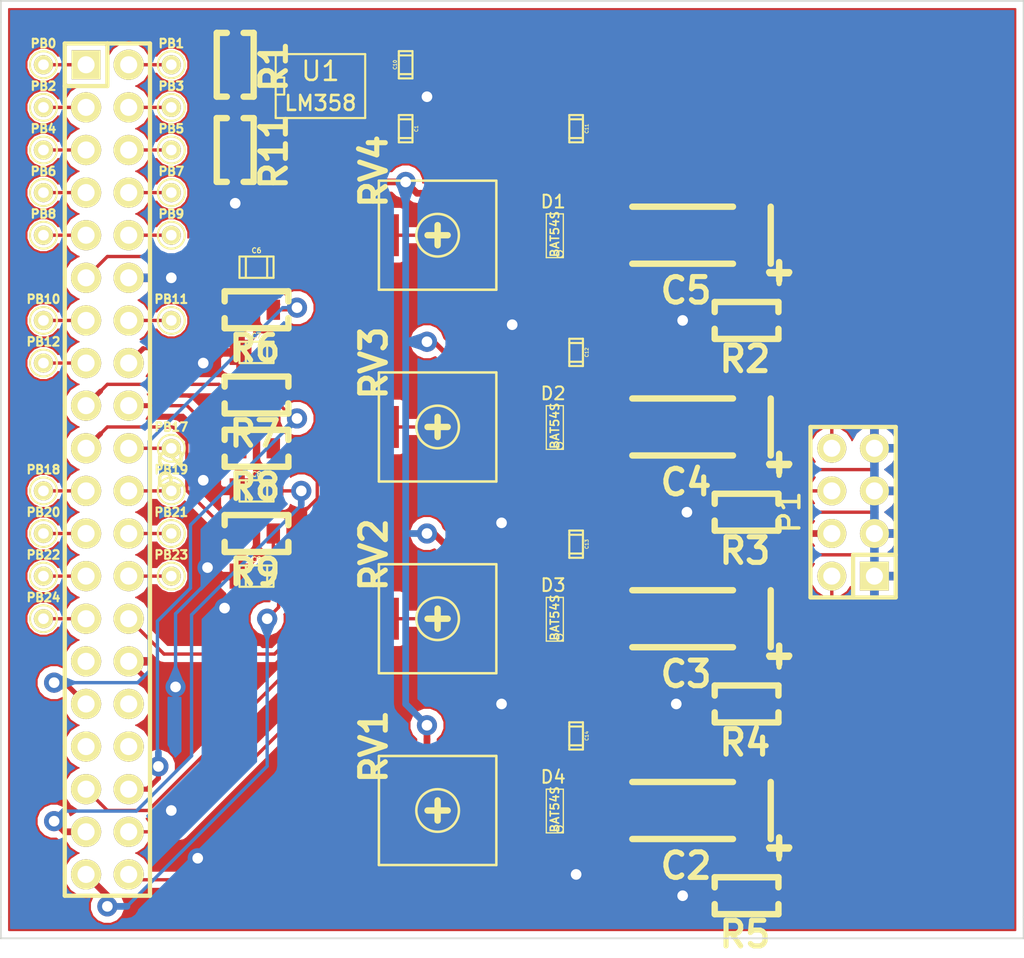
<source format=kicad_pcb>
(kicad_pcb (version 3) (host pcbnew "(2014-06-26 BZR 4956)-product")
  (layers (15 F.Cu signal) (0 B.Cu signal hide) (18 B.Paste user) (19 F.Paste user) (20 B.SilkS user) (21 F.SilkS user) (22 B.Mask user) (23 F.Mask user) (28 Edge.Cuts user))
  (net 0 "")
  (net 1 GND)
  (net 2 /LVDS3)
  (net 3 "Net-(C2-Pad1)")
  (net 4 /LVDS2)
  (net 5 "Net-(C3-Pad1)")
  (net 6 /LVDS1)
  (net 7 "Net-(C4-Pad1)")
  (net 8 /LVDS0)
  (net 9 "Net-(C5-Pad1)")
  (net 10 /~LVDS0)
  (net 11 /~LVDS1)
  (net 12 /~LVDS2)
  (net 13 /~LVDS3)
  (net 14 +5V)
  (net 15 +2.5V)
  (net 16 "Net-(P2-Pad1)")
  (net 17 "Net-(P2-Pad2)")
  (net 18 "Net-(P2-Pad3)")
  (net 19 "Net-(P2-Pad4)")
  (net 20 "Net-(P2-Pad5)")
  (net 21 "Net-(P2-Pad6)")
  (net 22 "Net-(P2-Pad7)")
  (net 23 "Net-(P2-Pad8)")
  (net 24 "Net-(P2-Pad9)")
  (net 25 "Net-(P2-Pad10)")
  (net 26 "Net-(P2-Pad13)")
  (net 27 "Net-(P2-Pad14)")
  (net 28 "Net-(P2-Pad15)")
  (net 29 /ADCINT0)
  (net 30 /ADCINT1)
  (net 31 /ADCINT2)
  (net 32 /ADCINT3)
  (net 33 "Net-(P2-Pad20)")
  (net 34 "Net-(P2-Pad21)")
  (net 35 "Net-(P2-Pad22)")
  (net 36 "Net-(P2-Pad23)")
  (net 37 "Net-(P2-Pad24)")
  (net 38 "Net-(P2-Pad25)")
  (net 39 "Net-(P2-Pad26)")
  (net 40 "Net-(P2-Pad27)")
  (net 41 +3.3V)
  (net 42 "Net-(P2-Pad32)")
  (net 43 "Net-(P2-Pad33)")
  (net 44 "Net-(P2-Pad34)")
  (net 45 "Net-(C1-Pad1)")
  (module Capacitors_SMD:c_0603 (layer F.Cu) (at 96.52 66.04 270)
    (fp_text reference C1 (at 0 -0.635 270) (layer F.SilkS) (effects (font (size 0.20066 0.20066) (thickness 0.04064))))
    (fp_text value 0.1 hide)
    (pad 1 smd rect (at 0.75184 0 270) (size 0.89916 1.00076) (layers F.Cu F.Paste F.Mask) (net 45 "Net-(C1-Pad1)"))
    (pad 2 smd rect (at -0.75184 0 270) (size 0.89916 1.00076) (layers F.Cu F.Paste F.Mask) (net 1 GND))
  )
  (module Capacitors_Tantalum_SMD:TantalC_SizeC_EIA-6032_HandSoldering (layer F.Cu) (at 113.03 106.68 180)
    (fp_text reference C2 (at -0.20066 -3.29946 180) (layer F.SilkS) (effects (font (thickness 0.3048))))
    (fp_text value 33.0 hide)
    (fp_text user + (at -5.75056 -2.19964 180) (layer F.SilkS) (effects (font (thickness 0.3048))))
    (pad 2 smd rect (at 2.99974 0 180) (size 3.50012 1.80086) (layers F.Cu F.Paste F.Mask) (net 2 /LVDS3))
    (pad 1 smd rect (at -2.99974 0 180) (size 3.50012 1.80086) (layers F.Cu F.Paste F.Mask) (net 3 "Net-(C2-Pad1)"))
  )
  (module Capacitors_Tantalum_SMD:TantalC_SizeC_EIA-6032_HandSoldering (layer F.Cu) (at 113.03 95.25 180)
    (fp_text reference C3 (at -0.20066 -3.29946 180) (layer F.SilkS) (effects (font (thickness 0.3048))))
    (fp_text value 33.0 hide)
    (fp_text user + (at -5.75056 -2.19964 180) (layer F.SilkS) (effects (font (thickness 0.3048))))
    (pad 2 smd rect (at 2.99974 0 180) (size 3.50012 1.80086) (layers F.Cu F.Paste F.Mask) (net 4 /LVDS2))
    (pad 1 smd rect (at -2.99974 0 180) (size 3.50012 1.80086) (layers F.Cu F.Paste F.Mask) (net 5 "Net-(C3-Pad1)"))
  )
  (module Capacitors_Tantalum_SMD:TantalC_SizeC_EIA-6032_HandSoldering (layer F.Cu) (at 113.03 83.82 180)
    (fp_text reference C4 (at -0.20066 -3.29946 180) (layer F.SilkS) (effects (font (thickness 0.3048))))
    (fp_text value 33.0 hide)
    (fp_text user + (at -5.75056 -2.19964 180) (layer F.SilkS) (effects (font (thickness 0.3048))))
    (pad 2 smd rect (at 2.99974 0 180) (size 3.50012 1.80086) (layers F.Cu F.Paste F.Mask) (net 6 /LVDS1))
    (pad 1 smd rect (at -2.99974 0 180) (size 3.50012 1.80086) (layers F.Cu F.Paste F.Mask) (net 7 "Net-(C4-Pad1)"))
  )
  (module Capacitors_Tantalum_SMD:TantalC_SizeC_EIA-6032_HandSoldering (layer F.Cu) (at 113.03 72.39 180)
    (fp_text reference C5 (at -0.20066 -3.29946 180) (layer F.SilkS) (effects (font (thickness 0.3048))))
    (fp_text value 33.0 hide)
    (fp_text user + (at -5.75056 -2.19964 180) (layer F.SilkS) (effects (font (thickness 0.3048))))
    (pad 2 smd rect (at 2.99974 0 180) (size 3.50012 1.80086) (layers F.Cu F.Paste F.Mask) (net 8 /LVDS0))
    (pad 1 smd rect (at -2.99974 0 180) (size 3.50012 1.80086) (layers F.Cu F.Paste F.Mask) (net 9 "Net-(C5-Pad1)"))
  )
  (module Capacitors_SMD:c_0805 (layer F.Cu) (at 87.63 74.295)
    (fp_text reference C6 (at 0 -0.9906) (layer F.SilkS) (effects (font (size 0.29972 0.29972) (thickness 0.06096))))
    (fp_text value 220 hide)
    (pad 1 smd rect (at 0.9525 0) (size 1.30048 1.4986) (layers F.Cu F.Paste F.Mask) (net 10 /~LVDS0))
    (pad 2 smd rect (at -0.9525 0) (size 1.30048 1.4986) (layers F.Cu F.Paste F.Mask) (net 1 GND))
  )
  (module Capacitors_SMD:c_0805 (layer F.Cu) (at 87.63 79.375)
    (fp_text reference C7 (at 0 -0.9906) (layer F.SilkS) (effects (font (size 0.29972 0.29972) (thickness 0.06096))))
    (fp_text value 220 hide)
    (pad 1 smd rect (at 0.9525 0) (size 1.30048 1.4986) (layers F.Cu F.Paste F.Mask) (net 11 /~LVDS1))
    (pad 2 smd rect (at -0.9525 0) (size 1.30048 1.4986) (layers F.Cu F.Paste F.Mask) (net 1 GND))
  )
  (module Capacitors_SMD:c_0805 (layer F.Cu) (at 87.63 87.63)
    (fp_text reference C8 (at 0 -0.9906) (layer F.SilkS) (effects (font (size 0.29972 0.29972) (thickness 0.06096))))
    (fp_text value 220 hide)
    (pad 1 smd rect (at 0.9525 0) (size 1.30048 1.4986) (layers F.Cu F.Paste F.Mask) (net 12 /~LVDS2))
    (pad 2 smd rect (at -0.9525 0) (size 1.30048 1.4986) (layers F.Cu F.Paste F.Mask) (net 1 GND))
  )
  (module Capacitors_SMD:c_0805 (layer F.Cu) (at 87.63 92.71)
    (fp_text reference C9 (at 0 -0.9906) (layer F.SilkS) (effects (font (size 0.29972 0.29972) (thickness 0.06096))))
    (fp_text value 220 hide)
    (pad 1 smd rect (at 0.9525 0) (size 1.30048 1.4986) (layers F.Cu F.Paste F.Mask) (net 13 /~LVDS3))
    (pad 2 smd rect (at -0.9525 0) (size 1.30048 1.4986) (layers F.Cu F.Paste F.Mask) (net 1 GND))
  )
  (module Capacitors_SMD:c_0603 (layer F.Cu) (at 96.52 62.23 90)
    (fp_text reference C10 (at 0 -0.635 90) (layer F.SilkS) (effects (font (size 0.20066 0.20066) (thickness 0.04064))))
    (fp_text value 0.1 hide)
    (pad 1 smd rect (at 0.75184 0 90) (size 0.89916 1.00076) (layers F.Cu F.Paste F.Mask) (net 14 +5V))
    (pad 2 smd rect (at -0.75184 0 90) (size 0.89916 1.00076) (layers F.Cu F.Paste F.Mask) (net 1 GND))
  )
  (module Capacitors_SMD:c_0603 (layer F.Cu) (at 106.68 66.04 270)
    (fp_text reference C11 (at 0 -0.635 270) (layer F.SilkS) (effects (font (size 0.20066 0.20066) (thickness 0.04064))))
    (fp_text value 0.1 hide)
    (pad 1 smd rect (at 0.75184 0 270) (size 0.89916 1.00076) (layers F.Cu F.Paste F.Mask) (net 15 +2.5V))
    (pad 2 smd rect (at -0.75184 0 270) (size 0.89916 1.00076) (layers F.Cu F.Paste F.Mask) (net 1 GND))
  )
  (module Capacitors_SMD:c_0603 (layer F.Cu) (at 106.68 79.375 270)
    (fp_text reference C12 (at 0 -0.635 270) (layer F.SilkS) (effects (font (size 0.20066 0.20066) (thickness 0.04064))))
    (fp_text value 0.1 hide)
    (pad 1 smd rect (at 0.75184 0 270) (size 0.89916 1.00076) (layers F.Cu F.Paste F.Mask) (net 15 +2.5V))
    (pad 2 smd rect (at -0.75184 0 270) (size 0.89916 1.00076) (layers F.Cu F.Paste F.Mask) (net 1 GND))
  )
  (module Capacitors_SMD:c_0603 (layer F.Cu) (at 106.68 90.805 270)
    (fp_text reference C13 (at 0 -0.635 270) (layer F.SilkS) (effects (font (size 0.20066 0.20066) (thickness 0.04064))))
    (fp_text value 0.1 hide)
    (pad 1 smd rect (at 0.75184 0 270) (size 0.89916 1.00076) (layers F.Cu F.Paste F.Mask) (net 15 +2.5V))
    (pad 2 smd rect (at -0.75184 0 270) (size 0.89916 1.00076) (layers F.Cu F.Paste F.Mask) (net 1 GND))
  )
  (module Capacitors_SMD:c_0603 (layer F.Cu) (at 106.68 102.235 270)
    (fp_text reference C14 (at 0 -0.635 270) (layer F.SilkS) (effects (font (size 0.20066 0.20066) (thickness 0.04064))))
    (fp_text value 0.1 hide)
    (pad 1 smd rect (at 0.75184 0 270) (size 0.89916 1.00076) (layers F.Cu F.Paste F.Mask) (net 15 +2.5V))
    (pad 2 smd rect (at -0.75184 0 270) (size 0.89916 1.00076) (layers F.Cu F.Paste F.Mask) (net 1 GND))
  )
  (module Pin_Headers:Pin_Header_Straight_2x04 (layer F.Cu) (at 123.19 88.9 90)
    (fp_text reference P1 (at 0 -3.81 90) (layer F.SilkS) (effects (font (size 1.27 1.27) (thickness 0.2032))))
    (fp_text value CONN_4X2 hide)
    (pad 1 thru_hole rect (at -3.81 1.27 90) (size 1.7272 1.7272) (drill 1.016) (layers *.Cu *.Mask F.SilkS) (net 1 GND))
    (pad 2 thru_hole oval (at -3.81 -1.27 90) (size 1.7272 1.7272) (drill 1.016) (layers *.Cu *.Mask F.SilkS) (net 3 "Net-(C2-Pad1)"))
    (pad 3 thru_hole oval (at -1.27 1.27 90) (size 1.7272 1.7272) (drill 1.016) (layers *.Cu *.Mask F.SilkS) (net 1 GND))
    (pad 4 thru_hole oval (at -1.27 -1.27 90) (size 1.7272 1.7272) (drill 1.016) (layers *.Cu *.Mask F.SilkS) (net 5 "Net-(C3-Pad1)"))
    (pad 5 thru_hole oval (at 1.27 1.27 90) (size 1.7272 1.7272) (drill 1.016) (layers *.Cu *.Mask F.SilkS) (net 1 GND))
    (pad 6 thru_hole oval (at 1.27 -1.27 90) (size 1.7272 1.7272) (drill 1.016) (layers *.Cu *.Mask F.SilkS) (net 7 "Net-(C4-Pad1)"))
    (pad 7 thru_hole oval (at 3.81 1.27 90) (size 1.7272 1.7272) (drill 1.016) (layers *.Cu *.Mask F.SilkS) (net 1 GND))
    (pad 8 thru_hole oval (at 3.81 -1.27 90) (size 1.7272 1.7272) (drill 1.016) (layers *.Cu *.Mask F.SilkS) (net 9 "Net-(C5-Pad1)"))
  )
  (module Pin_Headers:Pin_Header_Straight_2x20 (layer F.Cu) (at 78.74 86.36 270)
    (fp_text reference P2 (at 0 -3.81 270) (layer F.SilkS) (effects (font (size 1.27 1.27) (thickness 0.2032))))
    (fp_text value CONN_20X2 hide)
    (pad 1 thru_hole rect (at -24.13 1.27 270) (size 1.7272 1.7272) (drill 1.016) (layers *.Cu *.Mask F.SilkS) (net 16 "Net-(P2-Pad1)"))
    (pad 2 thru_hole oval (at -24.13 -1.27 270) (size 1.8 1.8) (drill 1.016) (layers *.Cu *.Mask F.SilkS) (net 17 "Net-(P2-Pad2)"))
    (pad 3 thru_hole oval (at -21.59 1.27 270) (size 1.8 1.8) (drill 1.016) (layers *.Cu *.Mask F.SilkS) (net 18 "Net-(P2-Pad3)"))
    (pad 4 thru_hole oval (at -21.59 -1.27 270) (size 1.8 1.8) (drill 1.016) (layers *.Cu *.Mask F.SilkS) (net 19 "Net-(P2-Pad4)"))
    (pad 5 thru_hole oval (at -19.05 1.27 270) (size 1.8 1.8) (drill 1.016) (layers *.Cu *.Mask F.SilkS) (net 20 "Net-(P2-Pad5)"))
    (pad 6 thru_hole oval (at -19.05 -1.27 270) (size 1.8 1.8) (drill 1.016) (layers *.Cu *.Mask F.SilkS) (net 21 "Net-(P2-Pad6)"))
    (pad 7 thru_hole oval (at -16.51 1.27 270) (size 1.8 1.8) (drill 1.016) (layers *.Cu *.Mask F.SilkS) (net 22 "Net-(P2-Pad7)"))
    (pad 8 thru_hole oval (at -16.51 -1.27 270) (size 1.8 1.8) (drill 1.016) (layers *.Cu *.Mask F.SilkS) (net 23 "Net-(P2-Pad8)"))
    (pad 9 thru_hole oval (at -13.97 1.27 270) (size 1.8 1.8) (drill 1.016) (layers *.Cu *.Mask F.SilkS) (net 24 "Net-(P2-Pad9)"))
    (pad 10 thru_hole oval (at -13.97 -1.27 270) (size 1.8 1.8) (drill 1.016) (layers *.Cu *.Mask F.SilkS) (net 25 "Net-(P2-Pad10)"))
    (pad 11 thru_hole oval (at -11.43 1.27 270) (size 1.8 1.8) (drill 1.016) (layers *.Cu *.Mask F.SilkS) (net 14 +5V))
    (pad 12 thru_hole oval (at -11.43 -1.27 270) (size 1.8 1.8) (drill 1.016) (layers *.Cu *.Mask F.SilkS) (net 1 GND))
    (pad 13 thru_hole oval (at -8.89 1.27 270) (size 1.8 1.8) (drill 1.016) (layers *.Cu *.Mask F.SilkS) (net 26 "Net-(P2-Pad13)"))
    (pad 14 thru_hole oval (at -8.89 -1.27 270) (size 1.8 1.8) (drill 1.016) (layers *.Cu *.Mask F.SilkS) (net 27 "Net-(P2-Pad14)"))
    (pad 15 thru_hole oval (at -6.35 1.27 270) (size 1.8 1.8) (drill 1.016) (layers *.Cu *.Mask F.SilkS) (net 28 "Net-(P2-Pad15)"))
    (pad 16 thru_hole oval (at -6.35 -1.27 270) (size 1.8 1.8) (drill 1.016) (layers *.Cu *.Mask F.SilkS) (net 29 /ADCINT0))
    (pad 17 thru_hole oval (at -3.81 1.27 270) (size 1.8 1.8) (drill 1.016) (layers *.Cu *.Mask F.SilkS) (net 30 /ADCINT1))
    (pad 18 thru_hole oval (at -3.81 -1.27 270) (size 1.8 1.8) (drill 1.016) (layers *.Cu *.Mask F.SilkS) (net 31 /ADCINT2))
    (pad 19 thru_hole oval (at -1.27 1.27 270) (size 1.8 1.8) (drill 1.016) (layers *.Cu *.Mask F.SilkS) (net 32 /ADCINT3))
    (pad 20 thru_hole oval (at -1.27 -1.27 270) (size 1.8 1.8) (drill 1.016) (layers *.Cu *.Mask F.SilkS) (net 33 "Net-(P2-Pad20)"))
    (pad 21 thru_hole oval (at 1.27 1.27 270) (size 1.8 1.8) (drill 1.016) (layers *.Cu *.Mask F.SilkS) (net 34 "Net-(P2-Pad21)"))
    (pad 22 thru_hole oval (at 1.27 -1.27 270) (size 1.8 1.8) (drill 1.016) (layers *.Cu *.Mask F.SilkS) (net 35 "Net-(P2-Pad22)"))
    (pad 23 thru_hole oval (at 3.81 1.27 270) (size 1.8 1.8) (drill 1.016) (layers *.Cu *.Mask F.SilkS) (net 36 "Net-(P2-Pad23)"))
    (pad 24 thru_hole oval (at 3.81 -1.27 270) (size 1.8 1.8) (drill 1.016) (layers *.Cu *.Mask F.SilkS) (net 37 "Net-(P2-Pad24)"))
    (pad 25 thru_hole oval (at 6.35 1.27 270) (size 1.8 1.8) (drill 1.016) (layers *.Cu *.Mask F.SilkS) (net 38 "Net-(P2-Pad25)"))
    (pad 26 thru_hole oval (at 6.35 -1.27 270) (size 1.8 1.8) (drill 1.016) (layers *.Cu *.Mask F.SilkS) (net 39 "Net-(P2-Pad26)"))
    (pad 27 thru_hole oval (at 8.89 1.27 270) (size 1.8 1.8) (drill 1.016) (layers *.Cu *.Mask F.SilkS) (net 40 "Net-(P2-Pad27)"))
    (pad 28 thru_hole oval (at 8.89 -1.27 270) (size 1.8 1.8) (drill 1.016) (layers *.Cu *.Mask F.SilkS) (net 8 /LVDS0))
    (pad 29 thru_hole oval (at 11.43 1.27 270) (size 1.8 1.8) (drill 1.016) (layers *.Cu *.Mask F.SilkS) (net 41 +3.3V))
    (pad 30 thru_hole oval (at 11.43 -1.27 270) (size 1.8 1.8) (drill 1.016) (layers *.Cu *.Mask F.SilkS) (net 1 GND))
    (pad 31 thru_hole oval (at 13.97 1.27 270) (size 1.8 1.8) (drill 1.016) (layers *.Cu *.Mask F.SilkS) (net 10 /~LVDS0))
    (pad 32 thru_hole oval (at 13.97 -1.27 270) (size 1.8 1.8) (drill 1.016) (layers *.Cu *.Mask F.SilkS) (net 42 "Net-(P2-Pad32)"))
    (pad 33 thru_hole oval (at 16.51 1.27 270) (size 1.8 1.8) (drill 1.016) (layers *.Cu *.Mask F.SilkS) (net 43 "Net-(P2-Pad33)"))
    (pad 34 thru_hole oval (at 16.51 -1.27 270) (size 1.8 1.8) (drill 1.016) (layers *.Cu *.Mask F.SilkS) (net 44 "Net-(P2-Pad34)"))
    (pad 35 thru_hole oval (at 19.05 1.27 270) (size 1.8 1.8) (drill 1.016) (layers *.Cu *.Mask F.SilkS) (net 6 /LVDS1))
    (pad 36 thru_hole oval (at 19.05 -1.27 270) (size 1.8 1.8) (drill 1.016) (layers *.Cu *.Mask F.SilkS) (net 11 /~LVDS1))
    (pad 37 thru_hole oval (at 21.59 1.27 270) (size 1.8 1.8) (drill 1.016) (layers *.Cu *.Mask F.SilkS) (net 12 /~LVDS2))
    (pad 38 thru_hole oval (at 21.59 -1.27 270) (size 1.8 1.8) (drill 1.016) (layers *.Cu *.Mask F.SilkS) (net 4 /LVDS2))
    (pad 39 thru_hole oval (at 24.13 1.27 270) (size 1.8 1.8) (drill 1.016) (layers *.Cu *.Mask F.SilkS) (net 13 /~LVDS3))
    (pad 40 thru_hole oval (at 24.13 -1.27 270) (size 1.8 1.8) (drill 1.016) (layers *.Cu *.Mask F.SilkS) (net 2 /LVDS3))
  )
  (module Connect:PINTST (layer F.Cu) (at 74.93 62.23)
    (fp_text reference PB0 (at 0 -1.26746) (layer F.SilkS) (effects (font (size 0.508 0.508) (thickness 0.127))))
    (fp_text value CONN_1 hide)
    (pad 1 thru_hole circle (at 0 0) (size 1.143 1.143) (drill 0.635) (layers *.Cu *.Mask F.SilkS) (net 16 "Net-(P2-Pad1)"))
  )
  (module Connect:PINTST (layer F.Cu) (at 82.55 62.23)
    (fp_text reference PB1 (at 0 -1.26746) (layer F.SilkS) (effects (font (size 0.508 0.508) (thickness 0.127))))
    (fp_text value CONN_1 hide)
    (pad 1 thru_hole circle (at 0 0) (size 1.143 1.143) (drill 0.635) (layers *.Cu *.Mask F.SilkS) (net 17 "Net-(P2-Pad2)"))
  )
  (module Connect:PINTST (layer F.Cu) (at 74.93 64.77)
    (fp_text reference PB2 (at 0 -1.26746) (layer F.SilkS) (effects (font (size 0.508 0.508) (thickness 0.127))))
    (fp_text value CONN_1 hide)
    (pad 1 thru_hole circle (at 0 0) (size 1.143 1.143) (drill 0.635) (layers *.Cu *.Mask F.SilkS) (net 18 "Net-(P2-Pad3)"))
  )
  (module Connect:PINTST (layer F.Cu) (at 82.55 64.77)
    (fp_text reference PB3 (at 0 -1.26746) (layer F.SilkS) (effects (font (size 0.508 0.508) (thickness 0.127))))
    (fp_text value CONN_1 hide)
    (pad 1 thru_hole circle (at 0 0) (size 1.143 1.143) (drill 0.635) (layers *.Cu *.Mask F.SilkS) (net 19 "Net-(P2-Pad4)"))
  )
  (module Connect:PINTST (layer F.Cu) (at 74.93 67.31)
    (fp_text reference PB4 (at 0 -1.26746) (layer F.SilkS) (effects (font (size 0.508 0.508) (thickness 0.127))))
    (fp_text value CONN_1 hide)
    (pad 1 thru_hole circle (at 0 0) (size 1.143 1.143) (drill 0.635) (layers *.Cu *.Mask F.SilkS) (net 20 "Net-(P2-Pad5)"))
  )
  (module Connect:PINTST (layer F.Cu) (at 82.55 67.31)
    (fp_text reference PB5 (at 0 -1.26746) (layer F.SilkS) (effects (font (size 0.508 0.508) (thickness 0.127))))
    (fp_text value CONN_1 hide)
    (pad 1 thru_hole circle (at 0 0) (size 1.143 1.143) (drill 0.635) (layers *.Cu *.Mask F.SilkS) (net 21 "Net-(P2-Pad6)"))
  )
  (module Connect:PINTST (layer F.Cu) (at 74.93 69.85)
    (fp_text reference PB6 (at 0 -1.26746) (layer F.SilkS) (effects (font (size 0.508 0.508) (thickness 0.127))))
    (fp_text value CONN_1 hide)
    (pad 1 thru_hole circle (at 0 0) (size 1.143 1.143) (drill 0.635) (layers *.Cu *.Mask F.SilkS) (net 22 "Net-(P2-Pad7)"))
  )
  (module Connect:PINTST (layer F.Cu) (at 82.55 69.85)
    (fp_text reference PB7 (at 0 -1.26746) (layer F.SilkS) (effects (font (size 0.508 0.508) (thickness 0.127))))
    (fp_text value CONN_1 hide)
    (pad 1 thru_hole circle (at 0 0) (size 1.143 1.143) (drill 0.635) (layers *.Cu *.Mask F.SilkS) (net 23 "Net-(P2-Pad8)"))
  )
  (module Connect:PINTST (layer F.Cu) (at 74.93 72.39)
    (fp_text reference PB8 (at 0 -1.26746) (layer F.SilkS) (effects (font (size 0.508 0.508) (thickness 0.127))))
    (fp_text value CONN_1 hide)
    (pad 1 thru_hole circle (at 0 0) (size 1.143 1.143) (drill 0.635) (layers *.Cu *.Mask F.SilkS) (net 24 "Net-(P2-Pad9)"))
  )
  (module Connect:PINTST (layer F.Cu) (at 82.55 72.39)
    (fp_text reference PB9 (at 0 -1.26746) (layer F.SilkS) (effects (font (size 0.508 0.508) (thickness 0.127))))
    (fp_text value CONN_1 hide)
    (pad 1 thru_hole circle (at 0 0) (size 1.143 1.143) (drill 0.635) (layers *.Cu *.Mask F.SilkS) (net 25 "Net-(P2-Pad10)"))
  )
  (module Connect:PINTST (layer F.Cu) (at 74.93 77.47)
    (fp_text reference PB10 (at 0 -1.26746) (layer F.SilkS) (effects (font (size 0.508 0.508) (thickness 0.127))))
    (fp_text value CONN_1 hide)
    (pad 1 thru_hole circle (at 0 0) (size 1.143 1.143) (drill 0.635) (layers *.Cu *.Mask F.SilkS) (net 26 "Net-(P2-Pad13)"))
  )
  (module Connect:PINTST (layer F.Cu) (at 82.55 77.47)
    (fp_text reference PB11 (at 0 -1.26746) (layer F.SilkS) (effects (font (size 0.508 0.508) (thickness 0.127))))
    (fp_text value CONN_1 hide)
    (pad 1 thru_hole circle (at 0 0) (size 1.143 1.143) (drill 0.635) (layers *.Cu *.Mask F.SilkS) (net 27 "Net-(P2-Pad14)"))
  )
  (module Connect:PINTST (layer F.Cu) (at 74.93 80.01)
    (fp_text reference PB12 (at 0 -1.26746) (layer F.SilkS) (effects (font (size 0.508 0.508) (thickness 0.127))))
    (fp_text value CONN_1 hide)
    (pad 1 thru_hole circle (at 0 0) (size 1.143 1.143) (drill 0.635) (layers *.Cu *.Mask F.SilkS) (net 28 "Net-(P2-Pad15)"))
  )
  (module Connect:PINTST (layer F.Cu) (at 82.55 85.09)
    (fp_text reference PB17 (at 0 -1.26746) (layer F.SilkS) (effects (font (size 0.508 0.508) (thickness 0.127))))
    (fp_text value CONN_1 hide)
    (pad 1 thru_hole circle (at 0 0) (size 1.143 1.143) (drill 0.635) (layers *.Cu *.Mask F.SilkS) (net 33 "Net-(P2-Pad20)"))
  )
  (module Connect:PINTST (layer F.Cu) (at 74.93 87.63)
    (fp_text reference PB18 (at 0 -1.26746) (layer F.SilkS) (effects (font (size 0.508 0.508) (thickness 0.127))))
    (fp_text value CONN_1 hide)
    (pad 1 thru_hole circle (at 0 0) (size 1.143 1.143) (drill 0.635) (layers *.Cu *.Mask F.SilkS) (net 34 "Net-(P2-Pad21)"))
  )
  (module Connect:PINTST (layer F.Cu) (at 82.55 87.63)
    (fp_text reference PB19 (at 0 -1.26746) (layer F.SilkS) (effects (font (size 0.508 0.508) (thickness 0.127))))
    (fp_text value CONN_1 hide)
    (pad 1 thru_hole circle (at 0 0) (size 1.143 1.143) (drill 0.635) (layers *.Cu *.Mask F.SilkS) (net 35 "Net-(P2-Pad22)"))
  )
  (module Connect:PINTST (layer F.Cu) (at 74.93 90.17)
    (fp_text reference PB20 (at 0 -1.26746) (layer F.SilkS) (effects (font (size 0.508 0.508) (thickness 0.127))))
    (fp_text value CONN_1 hide)
    (pad 1 thru_hole circle (at 0 0) (size 1.143 1.143) (drill 0.635) (layers *.Cu *.Mask F.SilkS) (net 36 "Net-(P2-Pad23)"))
  )
  (module Connect:PINTST (layer F.Cu) (at 82.55 90.17)
    (fp_text reference PB21 (at 0 -1.26746) (layer F.SilkS) (effects (font (size 0.508 0.508) (thickness 0.127))))
    (fp_text value CONN_1 hide)
    (pad 1 thru_hole circle (at 0 0) (size 1.143 1.143) (drill 0.635) (layers *.Cu *.Mask F.SilkS) (net 37 "Net-(P2-Pad24)"))
  )
  (module Connect:PINTST (layer F.Cu) (at 74.93 92.71)
    (fp_text reference PB22 (at 0 -1.26746) (layer F.SilkS) (effects (font (size 0.508 0.508) (thickness 0.127))))
    (fp_text value CONN_1 hide)
    (pad 1 thru_hole circle (at 0 0) (size 1.143 1.143) (drill 0.635) (layers *.Cu *.Mask F.SilkS) (net 38 "Net-(P2-Pad25)"))
  )
  (module Connect:PINTST (layer F.Cu) (at 82.55 92.71)
    (fp_text reference PB23 (at 0 -1.26746) (layer F.SilkS) (effects (font (size 0.508 0.508) (thickness 0.127))))
    (fp_text value CONN_1 hide)
    (pad 1 thru_hole circle (at 0 0) (size 1.143 1.143) (drill 0.635) (layers *.Cu *.Mask F.SilkS) (net 39 "Net-(P2-Pad26)"))
  )
  (module Connect:PINTST (layer F.Cu) (at 74.93 95.25)
    (fp_text reference PB24 (at 0 -1.26746) (layer F.SilkS) (effects (font (size 0.508 0.508) (thickness 0.127))))
    (fp_text value CONN_1 hide)
    (pad 1 thru_hole circle (at 0 0) (size 1.143 1.143) (drill 0.635) (layers *.Cu *.Mask F.SilkS) (net 40 "Net-(P2-Pad27)"))
  )
  (module Resistors_SMD:Resistor_SMD0805_ReflowWave (layer F.Cu) (at 86.36 62.23 270)
    (fp_text reference R1 (at 0.09906 -2.30124 270) (layer F.SilkS) (effects (font (thickness 0.3048))))
    (fp_text value 10K hide)
    (pad 1 smd rect (at -1.00076 0 270) (size 0.8001 1.19888) (layers F.Cu F.Paste F.Mask) (net 14 +5V))
    (pad 2 smd rect (at 1.00076 0 270) (size 0.8001 1.19888) (layers F.Cu F.Paste F.Mask) (net 45 "Net-(C1-Pad1)"))
  )
  (module Resistors_SMD:Resistor_SMD0805_ReflowWave (layer F.Cu) (at 116.84 77.47 180)
    (fp_text reference R2 (at 0.09906 -2.30124 180) (layer F.SilkS) (effects (font (thickness 0.3048))))
    (fp_text value 75 hide)
    (pad 1 smd rect (at -1.00076 0 180) (size 0.8001 1.19888) (layers F.Cu F.Paste F.Mask) (net 9 "Net-(C5-Pad1)"))
    (pad 2 smd rect (at 1.00076 0 180) (size 0.8001 1.19888) (layers F.Cu F.Paste F.Mask) (net 1 GND))
  )
  (module Resistors_SMD:Resistor_SMD0805_ReflowWave (layer F.Cu) (at 116.84 88.9 180)
    (fp_text reference R3 (at 0.09906 -2.30124 180) (layer F.SilkS) (effects (font (thickness 0.3048))))
    (fp_text value 75 hide)
    (pad 1 smd rect (at -1.00076 0 180) (size 0.8001 1.19888) (layers F.Cu F.Paste F.Mask) (net 7 "Net-(C4-Pad1)"))
    (pad 2 smd rect (at 1.00076 0 180) (size 0.8001 1.19888) (layers F.Cu F.Paste F.Mask) (net 1 GND))
  )
  (module Resistors_SMD:Resistor_SMD0805_ReflowWave (layer F.Cu) (at 116.84 100.33 180)
    (fp_text reference R4 (at 0.09906 -2.30124 180) (layer F.SilkS) (effects (font (thickness 0.3048))))
    (fp_text value 75 hide)
    (pad 1 smd rect (at -1.00076 0 180) (size 0.8001 1.19888) (layers F.Cu F.Paste F.Mask) (net 5 "Net-(C3-Pad1)"))
    (pad 2 smd rect (at 1.00076 0 180) (size 0.8001 1.19888) (layers F.Cu F.Paste F.Mask) (net 1 GND))
  )
  (module Resistors_SMD:Resistor_SMD0805_ReflowWave (layer F.Cu) (at 116.84 111.76 180)
    (fp_text reference R5 (at 0.09906 -2.30124 180) (layer F.SilkS) (effects (font (thickness 0.3048))))
    (fp_text value 75 hide)
    (pad 1 smd rect (at -1.00076 0 180) (size 0.8001 1.19888) (layers F.Cu F.Paste F.Mask) (net 3 "Net-(C2-Pad1)"))
    (pad 2 smd rect (at 1.00076 0 180) (size 0.8001 1.19888) (layers F.Cu F.Paste F.Mask) (net 1 GND))
  )
  (module Resistors_SMD:Resistor_SMD0805_ReflowWave (layer F.Cu) (at 87.63 76.835 180)
    (fp_text reference R6 (at 0.09906 -2.30124 180) (layer F.SilkS) (effects (font (thickness 0.3048))))
    (fp_text value 120 hide)
    (pad 1 smd rect (at -1.00076 0 180) (size 0.8001 1.19888) (layers F.Cu F.Paste F.Mask) (net 10 /~LVDS0))
    (pad 2 smd rect (at 1.00076 0 180) (size 0.8001 1.19888) (layers F.Cu F.Paste F.Mask) (net 29 /ADCINT0))
  )
  (module Resistors_SMD:Resistor_SMD0805_ReflowWave (layer F.Cu) (at 87.63 81.915 180)
    (fp_text reference R7 (at 0.09906 -2.30124 180) (layer F.SilkS) (effects (font (thickness 0.3048))))
    (fp_text value 120 hide)
    (pad 1 smd rect (at -1.00076 0 180) (size 0.8001 1.19888) (layers F.Cu F.Paste F.Mask) (net 11 /~LVDS1))
    (pad 2 smd rect (at 1.00076 0 180) (size 0.8001 1.19888) (layers F.Cu F.Paste F.Mask) (net 30 /ADCINT1))
  )
  (module Resistors_SMD:Resistor_SMD0805_ReflowWave (layer F.Cu) (at 87.63 85.09 180)
    (fp_text reference R8 (at 0.09906 -2.30124 180) (layer F.SilkS) (effects (font (thickness 0.3048))))
    (fp_text value 120 hide)
    (pad 1 smd rect (at -1.00076 0 180) (size 0.8001 1.19888) (layers F.Cu F.Paste F.Mask) (net 12 /~LVDS2))
    (pad 2 smd rect (at 1.00076 0 180) (size 0.8001 1.19888) (layers F.Cu F.Paste F.Mask) (net 31 /ADCINT2))
  )
  (module Resistors_SMD:Resistor_SMD0805_ReflowWave (layer F.Cu) (at 87.63 90.17 180)
    (fp_text reference R9 (at 0.09906 -2.30124 180) (layer F.SilkS) (effects (font (thickness 0.3048))))
    (fp_text value 120 hide)
    (pad 1 smd rect (at -1.00076 0 180) (size 0.8001 1.19888) (layers F.Cu F.Paste F.Mask) (net 13 /~LVDS3))
    (pad 2 smd rect (at 1.00076 0 180) (size 0.8001 1.19888) (layers F.Cu F.Paste F.Mask) (net 32 /ADCINT3))
  )
  (module SMD_Packages:SO8E (layer F.Cu) (at 91.44 63.5)
    (fp_text reference U1 (at 0 -0.889) (layer F.SilkS) (effects (font (size 1.143 1.143) (thickness 0.1524))))
    (fp_text value LM358 (at 0 1.016) (layer F.SilkS) (effects (font (size 0.889 0.889) (thickness 0.1524))))
    (pad 8 smd rect (at -1.905 -2.667) (size 0.59944 1.39954) (layers F.Cu F.Paste F.Mask) (net 14 +5V))
    (pad 1 smd rect (at -1.905 2.667) (size 0.59944 1.39954) (layers F.Cu F.Paste F.Mask) (net 15 +2.5V))
    (pad 7 smd rect (at -0.635 -2.667) (size 0.59944 1.39954) (layers F.Cu F.Paste F.Mask))
    (pad 6 smd rect (at 0.635 -2.667) (size 0.59944 1.39954) (layers F.Cu F.Paste F.Mask))
    (pad 5 smd rect (at 1.905 -2.667) (size 0.59944 1.39954) (layers F.Cu F.Paste F.Mask))
    (pad 2 smd rect (at -0.635 2.667) (size 0.59944 1.39954) (layers F.Cu F.Paste F.Mask) (net 15 +2.5V))
    (pad 3 smd rect (at 0.635 2.667) (size 0.59944 1.39954) (layers F.Cu F.Paste F.Mask) (net 45 "Net-(C1-Pad1)"))
    (pad 4 smd rect (at 1.905 2.667) (size 0.59944 1.39954) (layers F.Cu F.Paste F.Mask) (net 1 GND))
  )
  (module Resistors_SMD:Resistor_SMD0805_ReflowWave (layer F.Cu) (at 86.36 67.31 270)
    (fp_text reference R11 (at 0.09906 -2.30124 270) (layer F.SilkS) (effects (font (thickness 0.3048))))
    (fp_text value 10K hide)
    (pad 1 smd rect (at -1.00076 0 270) (size 0.8001 1.19888) (layers F.Cu F.Paste F.Mask) (net 45 "Net-(C1-Pad1)"))
    (pad 2 smd rect (at 1.00076 0 270) (size 0.8001 1.19888) (layers F.Cu F.Paste F.Mask) (net 1 GND))
  )
  (module SMD_Packages:SOT23-SPECIAL (layer F.Cu) (at 105.41 72.39 90)
    (fp_text reference D1 (at 1.99898 -0.09906 180) (layer F.SilkS) (effects (font (size 0.762 0.762) (thickness 0.11938))))
    (fp_text value BAT54S (at 0.0635 0 90) (layer F.SilkS) (effects (font (size 0.50038 0.50038) (thickness 0.09906))))
    (pad 2 smd rect (at 0 -1.09982 90) (size 0.8001 1.00076) (layers F.Cu F.Paste F.Mask) (net 8 /LVDS0))
    (pad 3 smd rect (at 0.9525 1.09982 90) (size 0.8001 1.00076) (layers F.Cu F.Paste F.Mask) (net 15 +2.5V))
    (pad 1 smd rect (at -0.9525 1.09982 90) (size 0.8001 1.00076) (layers F.Cu F.Paste F.Mask) (net 1 GND))
  )
  (module SMD_Packages:SOT23-SPECIAL (layer F.Cu) (at 105.41 83.82 90)
    (fp_text reference D2 (at 1.99898 -0.09906 180) (layer F.SilkS) (effects (font (size 0.762 0.762) (thickness 0.11938))))
    (fp_text value BAT54S (at 0.0635 0 90) (layer F.SilkS) (effects (font (size 0.50038 0.50038) (thickness 0.09906))))
    (pad 2 smd rect (at 0 -1.09982 90) (size 0.8001 1.00076) (layers F.Cu F.Paste F.Mask) (net 6 /LVDS1))
    (pad 3 smd rect (at 0.9525 1.09982 90) (size 0.8001 1.00076) (layers F.Cu F.Paste F.Mask) (net 15 +2.5V))
    (pad 1 smd rect (at -0.9525 1.09982 90) (size 0.8001 1.00076) (layers F.Cu F.Paste F.Mask) (net 1 GND))
  )
  (module SMD_Packages:SOT23-SPECIAL (layer F.Cu) (at 105.41 95.25 90)
    (fp_text reference D3 (at 1.99898 -0.09906 180) (layer F.SilkS) (effects (font (size 0.762 0.762) (thickness 0.11938))))
    (fp_text value BAT54S (at 0.0635 0 90) (layer F.SilkS) (effects (font (size 0.50038 0.50038) (thickness 0.09906))))
    (pad 2 smd rect (at 0 -1.09982 90) (size 0.8001 1.00076) (layers F.Cu F.Paste F.Mask) (net 4 /LVDS2))
    (pad 3 smd rect (at 0.9525 1.09982 90) (size 0.8001 1.00076) (layers F.Cu F.Paste F.Mask) (net 15 +2.5V))
    (pad 1 smd rect (at -0.9525 1.09982 90) (size 0.8001 1.00076) (layers F.Cu F.Paste F.Mask) (net 1 GND))
  )
  (module SMD_Packages:SOT23-SPECIAL (layer F.Cu) (at 105.41 106.68 90)
    (fp_text reference D4 (at 1.99898 -0.09906 180) (layer F.SilkS) (effects (font (size 0.762 0.762) (thickness 0.11938))))
    (fp_text value BAT54S (at 0.0635 0 90) (layer F.SilkS) (effects (font (size 0.50038 0.50038) (thickness 0.09906))))
    (pad 2 smd rect (at 0 -1.09982 90) (size 0.8001 1.00076) (layers F.Cu F.Paste F.Mask) (net 2 /LVDS3))
    (pad 3 smd rect (at 0.9525 1.09982 90) (size 0.8001 1.00076) (layers F.Cu F.Paste F.Mask) (net 15 +2.5V))
    (pad 1 smd rect (at -0.9525 1.09982 90) (size 0.8001 1.00076) (layers F.Cu F.Paste F.Mask) (net 1 GND))
  )
  (module Potentiometer_Custom:Potentiometer_CA6V (layer F.Cu) (at 98.425 72.39 90)
    (fp_text reference RV4 (at 3.81 -3.81 90) (layer F.SilkS) (effects (font (thickness 0.3048))))
    (fp_text value 10K hide)
    (pad 2 smd rect (at 0 -3.81 90) (size 2.49936 3) (layers F.Cu F.Paste F.Mask) (net 8 /LVDS0))
    (pad 3 smd rect (at 2.54 3.81 90) (size 2.49936 3) (layers F.Cu F.Paste F.Mask) (net 15 +2.5V))
    (pad 1 smd rect (at -2.54 3.81 90) (size 2.49936 3) (layers F.Cu F.Paste F.Mask) (net 1 GND))
  )
  (module Potentiometer_Custom:Potentiometer_CA6V (layer F.Cu) (at 98.425 83.82 90)
    (fp_text reference RV3 (at 3.81 -3.81 90) (layer F.SilkS) (effects (font (thickness 0.3048))))
    (fp_text value 10K hide)
    (pad 2 smd rect (at 0 -3.81 90) (size 2.49936 3) (layers F.Cu F.Paste F.Mask) (net 6 /LVDS1))
    (pad 3 smd rect (at 2.54 3.81 90) (size 2.49936 3) (layers F.Cu F.Paste F.Mask) (net 15 +2.5V))
    (pad 1 smd rect (at -2.54 3.81 90) (size 2.49936 3) (layers F.Cu F.Paste F.Mask) (net 1 GND))
  )
  (module Potentiometer_Custom:Potentiometer_CA6V (layer F.Cu) (at 98.425 95.25 90)
    (fp_text reference RV2 (at 3.81 -3.81 90) (layer F.SilkS) (effects (font (thickness 0.3048))))
    (fp_text value 10K hide)
    (pad 2 smd rect (at 0 -3.81 90) (size 2.49936 3) (layers F.Cu F.Paste F.Mask) (net 4 /LVDS2))
    (pad 3 smd rect (at 2.54 3.81 90) (size 2.49936 3) (layers F.Cu F.Paste F.Mask) (net 15 +2.5V))
    (pad 1 smd rect (at -2.54 3.81 90) (size 2.49936 3) (layers F.Cu F.Paste F.Mask) (net 1 GND))
  )
  (module Potentiometer_Custom:Potentiometer_CA6V (layer F.Cu) (at 98.425 106.68 90)
    (fp_text reference RV1 (at 3.81 -3.81 90) (layer F.SilkS) (effects (font (thickness 0.3048))))
    (fp_text value 10K hide)
    (pad 2 smd rect (at 0 -3.81 90) (size 2.49936 3) (layers F.Cu F.Paste F.Mask) (net 2 /LVDS3))
    (pad 3 smd rect (at 2.54 3.81 90) (size 2.49936 3) (layers F.Cu F.Paste F.Mask) (net 15 +2.5V))
    (pad 1 smd rect (at -2.54 3.81 90) (size 2.49936 3) (layers F.Cu F.Paste F.Mask) (net 1 GND))
  )
  (gr_line (start 96.59 78.74) (end 97.79 78.34) (layer B.Cu) (width 0.4))
  (gr_line (start 96.59 78.74) (end 97.79 79.14) (layer B.Cu) (width 0.4))
  (gr_line (start 96.52 70.415) (end 96.12 69.215) (layer B.Cu) (width 0.4))
  (gr_line (start 96.52 70.415) (end 96.92 69.215) (layer B.Cu) (width 0.4))
  (gr_line (start 88.265 96.45) (end 87.965 95.25) (layer B.Cu) (width 0.2))
  (gr_line (start 88.265 96.45) (end 88.565 95.25) (layer B.Cu) (width 0.2))
  (gr_line (start 88.265 96.45) (end 87.765 95.25) (layer B.Cu) (width 0.2))
  (gr_line (start 88.265 96.45) (end 88.765 95.25) (layer B.Cu) (width 0.2))
  (gr_line (start 76.765 99.06) (end 75.565 99.36) (layer B.Cu) (width 0.2))
  (gr_line (start 76.765 99.06) (end 75.565 98.76) (layer B.Cu) (width 0.2))
  (gr_line (start 76.765 99.06) (end 75.565 99.56) (layer B.Cu) (width 0.2))
  (gr_line (start 76.765 99.06) (end 75.565 98.56) (layer B.Cu) (width 0.2))
  (gr_line (start 82.804 98.114) (end 83.104 99.314) (layer B.Cu) (width 0.2))
  (gr_line (start 82.804 98.114) (end 82.504 99.314) (layer B.Cu) (width 0.2))
  (gr_line (start 82.804 98.114) (end 83.304 99.314) (layer B.Cu) (width 0.2))
  (gr_line (start 82.804 98.114) (end 82.304 99.314) (layer B.Cu) (width 0.2))
  (gr_line (start 133.35 114.3) (end 133.35 113.03) (angle 90) (layer Edge.Cuts) (width 0.1))
  (gr_line (start 72.39 114.3) (end 133.35 114.3) (angle 90) (layer Edge.Cuts) (width 0.1))
  (gr_line (start 72.39 113.03) (end 72.39 114.3) (angle 90) (layer Edge.Cuts) (width 0.1))
  (gr_line (start 72.39 58.42) (end 72.39 59.69) (angle 90) (layer Edge.Cuts) (width 0.1))
  (gr_line (start 133.35 58.42) (end 72.39 58.42) (angle 90) (layer Edge.Cuts) (width 0.1))
  (gr_line (start 133.35 113.03) (end 133.35 58.42) (angle 90) (layer Edge.Cuts) (width 0.1))
  (gr_line (start 72.39 59.69) (end 72.39 113.03) (angle 90) (layer Edge.Cuts) (width 0.1))
  (segment (start 124.46 91.44) (end 120.65 91.44) (width 0.2) (layer F.Cu) (net 0))
  (segment (start 124.46 88.9) (end 120.904 88.9) (width 0.2) (layer F.Cu) (net 0))
  (segment (start 124.46 86.36) (end 121.158 86.36) (width 0.2) (layer F.Cu) (net 0))
  (segment (start 100.92436 74.88936) (end 101.81336 74.88936) (width 0.4) (layer F.Cu) (net 1))
  (segment (start 101.81336 74.88936) (end 102.270001 75.346001) (width 0.4) (layer F.Cu) (net 1))
  (segment (start 102.270001 75.346001) (end 102.270001 77.124001) (width 0.4) (layer F.Cu) (net 1))
  (segment (start 102.270001 77.124001) (end 102.87 77.724) (width 0.4) (layer F.Cu) (net 1))
  (segment (start 100.92436 86.31936) (end 95.79864 86.31936) (width 0.2) (layer F.Cu) (net 1))
  (segment (start 95.79864 86.31936) (end 92.36704 89.75096) (width 0.2) (layer F.Cu) (net 1))
  (segment (start 92.36704 89.75096) (end 92.36704 96.86296) (width 0.2) (layer F.Cu) (net 1))
  (segment (start 92.36704 96.86296) (end 83.149999 106.080001) (width 0.2) (layer F.Cu) (net 1))
  (segment (start 83.149999 106.080001) (end 82.55 106.68) (width 0.2) (layer F.Cu) (net 1))
  (segment (start 106.50982 73.3425) (end 106.50982 77.85862) (width 0.3) (layer F.Cu) (net 1))
  (segment (start 106.50982 77.85862) (end 106.50982 78.45298) (width 0.3) (layer F.Cu) (net 1))
  (segment (start 102.87 77.724) (end 106.3752 77.724) (width 0.3) (layer F.Cu) (net 1))
  (segment (start 106.3752 77.724) (end 106.50982 77.85862) (width 0.3) (layer F.Cu) (net 1))
  (via (at 102.87 77.724) (size 1.2) (drill 0.635) (layers F.Cu B.Cu) (net 1))
  (segment (start 97.155 97.79) (end 94.615 97.79) (width 0.3) (layer F.Cu) (net 1))
  (segment (start 94.615 97.79) (end 84.125612 108.279388) (width 0.3) (layer F.Cu) (net 1))
  (segment (start 84.125612 108.279388) (end 84.125612 109.525612) (width 0.3) (layer F.Cu) (net 1))
  (via (at 84.125612 109.525612) (size 1.2) (drill 0.635) (layers F.Cu B.Cu) (net 1))
  (segment (start 106.68 65.28816) (end 98.94316 65.28816) (width 0.3) (layer F.Cu) (net 1))
  (segment (start 98.94316 65.28816) (end 97.79 64.135) (width 0.3) (layer F.Cu) (net 1))
  (segment (start 106.50982 78.45298) (end 106.68 78.62316) (width 0.3) (layer F.Cu) (net 1))
  (segment (start 106.50982 84.7725) (end 106.50982 89.88298) (width 0.3) (layer F.Cu) (net 1))
  (segment (start 106.50982 89.88298) (end 106.68 90.05316) (width 0.3) (layer F.Cu) (net 1))
  (segment (start 97.155 97.79) (end 97.79 97.79) (width 0.4) (layer F.Cu) (net 1))
  (segment (start 97.79 97.79) (end 100.33 100.33) (width 0.4) (layer F.Cu) (net 1))
  (segment (start 100.33 100.33) (end 102.235 100.33) (width 0.4) (layer F.Cu) (net 1))
  (segment (start 102.235 86.995) (end 102.235 86.36) (width 0.4) (layer F.Cu) (net 1))
  (segment (start 102.235 86.36) (end 102.235 89.535) (width 0.4) (layer F.Cu) (net 1))
  (segment (start 106.16184 89.535) (end 102.235 89.535) (width 0.4) (layer F.Cu) (net 1))
  (segment (start 106.68 90.05316) (end 106.16184 89.535) (width 0.4) (layer F.Cu) (net 1))
  (via (at 102.235 89.535) (size 1.2) (drill 0.635) (layers F.Cu B.Cu) (net 1))
  (segment (start 106.68 100.33) (end 106.576779 100.33) (width 0.4) (layer F.Cu) (net 1))
  (segment (start 106.576779 100.33) (end 102.235 100.33) (width 0.4) (layer F.Cu) (net 1))
  (segment (start 106.50982 96.2025) (end 106.50982 100.263041) (width 0.3) (layer F.Cu) (net 1))
  (segment (start 106.50982 100.263041) (end 106.576779 100.33) (width 0.3) (layer F.Cu) (net 1))
  (segment (start 106.68 101.48316) (end 106.68 100.33) (width 0.4) (layer F.Cu) (net 1))
  (segment (start 102.235 97.79) (end 102.235 100.33) (width 0.4) (layer F.Cu) (net 1))
  (via (at 102.235 100.33) (size 1.2) (drill 0.635) (layers F.Cu B.Cu) (net 1))
  (segment (start 106.50982 107.6325) (end 106.50982 110.31982) (width 0.3) (layer F.Cu) (net 1))
  (segment (start 106.50982 110.31982) (end 106.68 110.49) (width 0.3) (layer F.Cu) (net 1))
  (segment (start 105.831472 110.49) (end 106.68 110.49) (width 0.4) (layer F.Cu) (net 1))
  (segment (start 102.235 110.49) (end 105.831472 110.49) (width 0.4) (layer F.Cu) (net 1))
  (segment (start 100.92436 109.17936) (end 102.235 110.49) (width 0.4) (layer F.Cu) (net 1))
  (via (at 106.68 110.49) (size 1.2) (drill 0.635) (layers F.Cu B.Cu) (net 1))
  (segment (start 115.83924 111.76) (end 113.03 111.76) (width 0.2) (layer F.Cu) (net 1))
  (via (at 113.03 111.76) (size 1.2) (drill 0.635) (layers F.Cu B.Cu) (net 1))
  (segment (start 115.83924 77.47) (end 115.23919 77.47) (width 0.2) (layer F.Cu) (net 1))
  (segment (start 115.23919 77.47) (end 113.03 77.47) (width 0.2) (layer F.Cu) (net 1))
  (via (at 113.03 77.47) (size 1.2) (drill 0.635) (layers F.Cu B.Cu) (net 1))
  (segment (start 115.23919 88.9) (end 113.284 88.9) (width 0.2) (layer F.Cu) (net 1))
  (via (at 113.284 88.9) (size 1.2) (drill 0.635) (layers F.Cu B.Cu) (net 1))
  (segment (start 115.83924 88.9) (end 115.23919 88.9) (width 0.2) (layer F.Cu) (net 1))
  (segment (start 115.83924 100.33) (end 112.649 100.33) (width 0.2) (layer F.Cu) (net 1))
  (via (at 112.649 100.33) (size 1.2) (drill 0.635) (layers F.Cu B.Cu) (net 1))
  (segment (start 90.551 94.869) (end 88.519 96.901) (width 0.2) (layer F.Cu) (net 1))
  (segment (start 91.251001 88.087921) (end 90.551 88.787922) (width 0.2) (layer F.Cu) (net 1))
  (segment (start 91.251001 74.527473) (end 91.251001 88.087921) (width 0.2) (layer F.Cu) (net 1))
  (segment (start 86.36 70.485) (end 87.208528 70.485) (width 0.2) (layer F.Cu) (net 1))
  (segment (start 92.159021 81.749699) (end 92.159021 88.464035) (width 0.2) (layer F.Cu) (net 1))
  (segment (start 87.208528 70.485) (end 91.251001 74.527473) (width 0.2) (layer F.Cu) (net 1))
  (segment (start 90.551 88.787922) (end 90.551 94.869) (width 0.2) (layer F.Cu) (net 1))
  (segment (start 92.159021 88.464035) (end 91.45902 89.164035) (width 0.2) (layer F.Cu) (net 1))
  (segment (start 100.92436 74.88936) (end 92.159021 81.749699) (width 0.2) (layer F.Cu) (net 1))
  (segment (start 80.873599 98.653599) (end 80.01 97.79) (width 0.3) (layer F.Cu) (net 1))
  (segment (start 86.324999 95.214999) (end 85.725 94.615) (width 0.2) (layer F.Cu) (net 1))
  (segment (start 88.519 96.901) (end 88.011 96.901) (width 0.2) (layer F.Cu) (net 1))
  (segment (start 88.011 96.901) (end 86.324999 95.214999) (width 0.2) (layer F.Cu) (net 1))
  (segment (start 93.345 65.76695) (end 94.97695 64.135) (width 0.2) (layer F.Cu) (net 1))
  (segment (start 93.345 66.167) (end 93.345 65.76695) (width 0.2) (layer F.Cu) (net 1))
  (segment (start 96.505878 64.135) (end 96.52 64.149122) (width 0.2) (layer F.Cu) (net 1))
  (segment (start 94.97695 64.135) (end 96.505878 64.135) (width 0.2) (layer F.Cu) (net 1))
  (segment (start 96.52 64.149122) (end 96.52 65.28816) (width 0.2) (layer F.Cu) (net 1))
  (segment (start 96.52 62.98184) (end 96.52 64.149122) (width 0.2) (layer F.Cu) (net 1))
  (segment (start 86.62924 92.66174) (end 86.6775 92.71) (width 0.2) (layer F.Cu) (net 1))
  (segment (start 86.6775 93.0275) (end 86.6775 92.71) (width 0.2) (layer F.Cu) (net 1))
  (segment (start 86.6775 92.71) (end 86.6775 93.09735) (width 0.2) (layer F.Cu) (net 1))
  (via (at 82.55 106.68) (size 1.2) (drill 0.635) (layers F.Cu B.Cu) (net 1))
  (segment (start 86.36 70.485) (end 86.809242 70.485) (width 0.2) (layer F.Cu) (net 1))
  (segment (start 86.36 68.31076) (end 86.36 70.485) (width 0.4) (layer F.Cu) (net 1))
  (via (at 86.36 70.485) (size 1.2) (drill 0.635) (layers F.Cu B.Cu) (net 1))
  (via (at 85.725 94.615) (size 1.2) (drill 0.635) (layers F.Cu B.Cu) (net 1))
  (segment (start 86.6775 93.6625) (end 85.725 94.615) (width 0.2) (layer F.Cu) (net 1))
  (segment (start 86.6775 92.71) (end 86.6775 93.6625) (width 0.2) (layer F.Cu) (net 1))
  (segment (start 86.6775 92.61094) (end 86.6775 92.71) (width 0.2) (layer F.Cu) (net 1))
  (segment (start 87.52774 91.7607) (end 86.6775 92.61094) (width 0.2) (layer F.Cu) (net 1))
  (segment (start 87.52774 88.5793) (end 87.52774 91.7607) (width 0.2) (layer F.Cu) (net 1))
  (segment (start 86.6775 87.72906) (end 87.52774 88.5793) (width 0.2) (layer F.Cu) (net 1))
  (segment (start 86.6775 87.63) (end 86.6775 87.72906) (width 0.2) (layer F.Cu) (net 1))
  (segment (start 86.6775 87.53094) (end 86.6775 87.63) (width 0.2) (layer F.Cu) (net 1))
  (segment (start 87.52774 86.6807) (end 86.6775 87.53094) (width 0.2) (layer F.Cu) (net 1))
  (segment (start 87.52774 80.3243) (end 87.52774 86.6807) (width 0.2) (layer F.Cu) (net 1))
  (segment (start 86.6775 79.47406) (end 87.52774 80.3243) (width 0.2) (layer F.Cu) (net 1))
  (segment (start 86.6775 79.375) (end 86.6775 79.47406) (width 0.2) (layer F.Cu) (net 1))
  (segment (start 86.6775 79.27594) (end 86.6775 79.375) (width 0.2) (layer F.Cu) (net 1))
  (segment (start 87.52774 78.4257) (end 86.6775 79.27594) (width 0.2) (layer F.Cu) (net 1))
  (segment (start 87.52774 75.2443) (end 87.52774 78.4257) (width 0.2) (layer F.Cu) (net 1))
  (segment (start 86.6775 74.39406) (end 87.52774 75.2443) (width 0.2) (layer F.Cu) (net 1))
  (segment (start 86.6775 74.295) (end 86.6775 74.39406) (width 0.2) (layer F.Cu) (net 1))
  (segment (start 86.36 73.9775) (end 86.6775 74.295) (width 0.2) (layer F.Cu) (net 1))
  (segment (start 86.36 70.485) (end 86.36 73.9775) (width 0.4) (layer F.Cu) (net 1))
  (via (at 84.455 80.01) (size 1.2) (drill 0.635) (layers F.Cu B.Cu) (net 1))
  (segment (start 85.09 79.375) (end 84.455 80.01) (width 0.2) (layer F.Cu) (net 1))
  (segment (start 86.6775 79.375) (end 85.09 79.375) (width 0.2) (layer F.Cu) (net 1))
  (segment (start 86.6775 87.63) (end 85.09 87.63) (width 0.2) (layer F.Cu) (net 1))
  (via (at 84.455 86.995) (size 1.2) (drill 0.635) (layers F.Cu B.Cu) (net 1))
  (segment (start 85.09 87.63) (end 84.455 86.995) (width 0.2) (layer F.Cu) (net 1))
  (segment (start 80.01 74.93) (end 81.231314 74.93) (width 0.4) (layer F.Cu) (net 1))
  (via (at 82.55 74.93) (size 1.2) (drill 0.635) (layers F.Cu B.Cu) (net 1))
  (segment (start 81.231314 74.93) (end 82.55 74.93) (width 0.4) (layer F.Cu) (net 1))
  (segment (start 84.582 74.295) (end 83.947 74.93) (width 0.4) (layer F.Cu) (net 1))
  (segment (start 83.947 74.93) (end 82.55 74.93) (width 0.4) (layer F.Cu) (net 1))
  (segment (start 86.6775 74.295) (end 84.582 74.295) (width 0.4) (layer F.Cu) (net 1))
  (segment (start 85.725 93.766472) (end 84.709 92.750472) (width 0.2) (layer F.Cu) (net 1))
  (segment (start 85.725 94.615) (end 85.725 93.766472) (width 0.2) (layer F.Cu) (net 1))
  (via (at 84.709 92.202) (size 1.2) (drill 0.635) (layers F.Cu B.Cu) (net 1))
  (segment (start 84.709 92.750472) (end 84.709 92.202) (width 0.2) (layer F.Cu) (net 1))
  (segment (start 84.709 93.050528) (end 82.804 94.955528) (width 0.2) (layer B.Cu) (net 1))
  (segment (start 82.804 94.955528) (end 82.804 99.314) (width 0.2) (layer B.Cu) (net 1))
  (segment (start 84.709 92.202) (end 84.709 93.050528) (width 0.2) (layer B.Cu) (net 1))
  (via (at 82.804 99.314) (size 1.2) (drill 0.635) (layers F.Cu B.Cu) (net 1))
  (segment (start 82.804 99.314) (end 82.804 100.162528) (width 0.2) (layer B.Cu) (net 1))
  (segment (start 82.804 100.162528) (end 82.804 102.997) (width 0.2) (layer B.Cu) (net 1))
  (segment (start 96.52 64.149122) (end 97.775878 64.149122) (width 0.2) (layer F.Cu) (net 1))
  (segment (start 97.775878 64.149122) (end 97.79 64.135) (width 0.2) (layer F.Cu) (net 1))
  (via (at 97.79 64.135) (size 1.2) (drill 0.635) (layers F.Cu B.Cu) (net 1))
  (segment (start 88.050535 98.653599) (end 80.873599 98.653599) (width 0.3) (layer F.Cu) (net 1))
  (segment (start 91.45902 95.245114) (end 88.050535 98.653599) (width 0.2) (layer F.Cu) (net 1))
  (segment (start 91.45902 89.164035) (end 91.45902 95.245114) (width 0.2) (layer F.Cu) (net 1))
  (segment (start 110.03026 106.68) (end 104.31018 106.68) (width 0.2) (layer F.Cu) (net 2))
  (segment (start 104.31018 106.68) (end 95.92564 106.68) (width 0.2) (layer F.Cu) (net 2))
  (segment (start 95.92564 106.68) (end 95.29064 107.315) (width 0.2) (layer F.Cu) (net 2))
  (segment (start 89.891639 110.809001) (end 80.329001 110.809001) (width 0.2) (layer F.Cu) (net 2))
  (segment (start 95.92564 106.68) (end 89.891639 110.809001) (width 0.2) (layer F.Cu) (net 2))
  (segment (start 80.329001 110.809001) (end 80.01 110.49) (width 0.2) (layer F.Cu) (net 2))
  (segment (start 121.92 100.78974) (end 116.02974 106.68) (width 0.2) (layer F.Cu) (net 3))
  (segment (start 121.92 92.71) (end 121.92 100.78974) (width 0.2) (layer F.Cu) (net 3))
  (segment (start 117.84076 108.49102) (end 116.02974 106.68) (width 0.2) (layer F.Cu) (net 3))
  (segment (start 117.84076 111.76) (end 117.84076 108.49102) (width 0.2) (layer F.Cu) (net 3))
  (segment (start 94.02064 97.017314) (end 94.02064 95.25) (width 0.2) (layer F.Cu) (net 4))
  (segment (start 83.087954 107.95) (end 94.02064 97.017314) (width 0.2) (layer F.Cu) (net 4))
  (segment (start 80.01 107.95) (end 83.087954 107.95) (width 0.2) (layer F.Cu) (net 4))
  (segment (start 110.03026 95.25) (end 104.31018 95.25) (width 0.2) (layer F.Cu) (net 4))
  (segment (start 104.31018 95.25) (end 94.02064 95.25) (width 0.2) (layer F.Cu) (net 4))
  (segment (start 117.84076 97.06102) (end 116.02974 95.25) (width 0.2) (layer F.Cu) (net 5))
  (segment (start 117.84076 100.33) (end 117.84076 97.06102) (width 0.2) (layer F.Cu) (net 5))
  (segment (start 116.02974 94.53626) (end 116.02974 95.25) (width 0.2) (layer F.Cu) (net 5))
  (segment (start 120.396 90.17) (end 116.02974 94.53626) (width 0.2) (layer F.Cu) (net 5))
  (segment (start 121.92 90.17) (end 120.396 90.17) (width 0.4) (layer F.Cu) (net 5))
  (segment (start 94.615 83.82) (end 94.615 86.741) (width 0.2) (layer F.Cu) (net 6))
  (segment (start 91.91303 89.44297) (end 91.91303 95.941171) (width 0.2) (layer F.Cu) (net 6))
  (segment (start 94.615 86.741) (end 91.91303 89.44297) (width 0.2) (layer F.Cu) (net 6))
  (segment (start 91.91303 95.941171) (end 81.174201 106.68) (width 0.2) (layer F.Cu) (net 6))
  (segment (start 81.174201 106.68) (end 78.74 106.68) (width 0.2) (layer F.Cu) (net 6))
  (segment (start 78.74 106.68) (end 78.333599 106.273599) (width 0.2) (layer F.Cu) (net 6))
  (segment (start 78.333599 106.273599) (end 77.47 105.41) (width 0.2) (layer F.Cu) (net 6))
  (segment (start 110.03026 83.82) (end 104.31018 83.82) (width 0.2) (layer F.Cu) (net 6))
  (segment (start 104.31018 83.82) (end 95.92564 83.82) (width 0.2) (layer F.Cu) (net 6))
  (segment (start 119.83974 87.63) (end 116.02974 83.82) (width 0.2) (layer F.Cu) (net 7))
  (segment (start 121.92 87.63) (end 119.83974 87.63) (width 0.2) (layer F.Cu) (net 7))
  (segment (start 118.56974 88.9) (end 119.83974 87.63) (width 0.2) (layer F.Cu) (net 7))
  (segment (start 117.84076 88.9) (end 118.56974 88.9) (width 0.2) (layer F.Cu) (net 7))
  (segment (start 91.705011 88.275978) (end 91.00501 88.975979) (width 0.2) (layer F.Cu) (net 8))
  (segment (start 95.92564 72.39) (end 91.705011 74.705629) (width 0.2) (layer F.Cu) (net 8))
  (segment (start 91.00501 95.057057) (end 88.707057 97.35501) (width 0.2) (layer F.Cu) (net 8))
  (segment (start 91.705011 74.705629) (end 91.705011 88.275978) (width 0.2) (layer F.Cu) (net 8))
  (segment (start 82.11501 97.35501) (end 80.873599 96.113599) (width 0.2) (layer F.Cu) (net 8))
  (segment (start 88.707057 97.35501) (end 82.11501 97.35501) (width 0.2) (layer F.Cu) (net 8))
  (segment (start 91.00501 88.975979) (end 91.00501 95.057057) (width 0.2) (layer F.Cu) (net 8))
  (segment (start 80.873599 96.113599) (end 80.01 95.25) (width 0.2) (layer F.Cu) (net 8))
  (segment (start 110.03026 72.39) (end 104.31018 72.39) (width 0.2) (layer F.Cu) (net 8))
  (segment (start 104.31018 72.39) (end 95.92564 72.39) (width 0.2) (layer F.Cu) (net 8))
  (segment (start 118.44081 77.47) (end 117.84076 77.47) (width 0.2) (layer F.Cu) (net 9))
  (segment (start 121.92 80.94919) (end 118.44081 77.47) (width 0.2) (layer F.Cu) (net 9))
  (segment (start 121.92 85.09) (end 121.92 80.94919) (width 0.2) (layer F.Cu) (net 9))
  (segment (start 117.84076 74.20102) (end 116.02974 72.39) (width 0.2) (layer F.Cu) (net 9))
  (segment (start 117.84076 77.47) (end 117.84076 74.20102) (width 0.2) (layer F.Cu) (net 9))
  (segment (start 89.194472 76.708) (end 90.043 76.708) (width 0.2) (layer B.Cu) (net 10))
  (segment (start 80.54205 99.06) (end 81.227601 98.374449) (width 0.2) (layer B.Cu) (net 10))
  (segment (start 81.227601 98.374449) (end 81.227601 84.674871) (width 0.2) (layer B.Cu) (net 10))
  (segment (start 88.63076 76.835) (end 89.916 76.835) (width 0.2) (layer F.Cu) (net 10))
  (segment (start 75.565 99.06) (end 80.54205 99.06) (width 0.2) (layer B.Cu) (net 10))
  (segment (start 81.227601 84.674871) (end 89.194472 76.708) (width 0.2) (layer B.Cu) (net 10))
  (segment (start 89.916 76.835) (end 90.043 76.708) (width 0.2) (layer F.Cu) (net 10))
  (via (at 90.043 76.708) (size 1.2) (drill 0.635) (layers F.Cu B.Cu) (net 10))
  (segment (start 88.94826 76.5175) (end 88.63076 76.835) (width 0.2) (layer F.Cu) (net 10))
  (segment (start 88.63076 74.34326) (end 88.5825 74.295) (width 0.2) (layer F.Cu) (net 10))
  (segment (start 88.63076 76.835) (end 88.63076 74.34326) (width 0.2) (layer F.Cu) (net 10))
  (via (at 75.565 99.06) (size 1.2) (drill 0.635) (layers F.Cu B.Cu) (net 10))
  (segment (start 76.2 99.06) (end 75.565 99.06) (width 0.3) (layer F.Cu) (net 10))
  (segment (start 77.47 100.33) (end 76.2 99.06) (width 0.3) (layer F.Cu) (net 10))
  (segment (start 88.63076 81.915) (end 88.63076 82.11439) (width 0.2) (layer F.Cu) (net 11))
  (segment (start 89.82837 83.312) (end 90.043 83.312) (width 0.2) (layer F.Cu) (net 11))
  (via (at 90.043 83.312) (size 1.2) (drill 0.635) (layers F.Cu B.Cu) (net 11))
  (segment (start 88.63076 82.11439) (end 89.82837 83.312) (width 0.2) (layer F.Cu) (net 11))
  (segment (start 88.9 82.18424) (end 88.70061 82.18424) (width 0.2) (layer F.Cu) (net 11))
  (segment (start 88.63076 79.42326) (end 88.5825 79.375) (width 0.2) (layer F.Cu) (net 11))
  (segment (start 88.63076 81.915) (end 88.63076 79.42326) (width 0.2) (layer F.Cu) (net 11))
  (segment (start 81.131011 105.41) (end 81.780152 104.760859) (width 0.3) (layer F.Cu) (net 11))
  (via (at 81.780152 104.053738) (size 1.2) (drill 0.635) (layers F.Cu B.Cu) (net 11))
  (segment (start 80.01 105.41) (end 81.131011 105.41) (width 0.3) (layer F.Cu) (net 11))
  (segment (start 81.780152 104.760859) (end 81.780152 104.053738) (width 0.3) (layer F.Cu) (net 11))
  (segment (start 89.443001 83.911999) (end 90.043 83.312) (width 0.4) (layer B.Cu) (net 11))
  (segment (start 81.780152 104.053738) (end 81.780152 103.20521) (width 0.4) (layer B.Cu) (net 11))
  (segment (start 83.693 89.662) (end 89.443001 83.911999) (width 0.2) (layer B.Cu) (net 11))
  (segment (start 83.693 93.424462) (end 83.693 89.662) (width 0.2) (layer B.Cu) (net 11))
  (segment (start 81.722999 95.394463) (end 83.693 93.424462) (width 0.2) (layer B.Cu) (net 11))
  (segment (start 81.722999 103.148057) (end 81.722999 95.394463) (width 0.2) (layer B.Cu) (net 11))
  (segment (start 81.780152 103.20521) (end 81.722999 103.148057) (width 0.2) (layer B.Cu) (net 11))
  (via (at 90.297 87.63) (size 1.2) (drill 0.635) (layers F.Cu B.Cu) (net 12))
  (segment (start 88.5825 87.63) (end 90.297 87.63) (width 0.2) (layer F.Cu) (net 12))
  (segment (start 88.5825 85.13826) (end 88.63076 85.09) (width 0.2) (layer F.Cu) (net 12))
  (segment (start 88.5825 87.63) (end 88.5825 85.13826) (width 0.2) (layer F.Cu) (net 12))
  (via (at 75.565 107.315) (size 1.2) (drill 0.635) (layers F.Cu B.Cu) (net 12))
  (segment (start 76.164999 106.715001) (end 80.468077 106.715001) (width 0.2) (layer B.Cu) (net 12))
  (segment (start 90.297 88.478528) (end 90.297 87.63) (width 0.4) (layer B.Cu) (net 12))
  (segment (start 80.468077 106.715001) (end 83.758001 103.425077) (width 0.2) (layer B.Cu) (net 12))
  (segment (start 83.758001 103.425077) (end 83.758001 95.017527) (width 0.2) (layer B.Cu) (net 12))
  (segment (start 75.565 107.315) (end 76.164999 106.715001) (width 0.4) (layer B.Cu) (net 12))
  (segment (start 83.758001 95.017527) (end 90.297 88.478528) (width 0.2) (layer B.Cu) (net 12))
  (segment (start 78.20795 107.95) (end 77.47 107.95) (width 0.2) (layer F.Cu) (net 12))
  (segment (start 77.47 107.95) (end 76.2 107.95) (width 0.4) (layer F.Cu) (net 12))
  (segment (start 76.2 107.95) (end 75.565 107.315) (width 0.4) (layer F.Cu) (net 12))
  (segment (start 88.63076 90.17) (end 88.63076 89.90076) (width 0.2) (layer F.Cu) (net 13))
  (segment (start 88.63076 89.97061) (end 88.63076 90.17) (width 0.2) (layer F.Cu) (net 13))
  (via (at 78.74 112.395) (size 1.2) (drill 0.635) (layers F.Cu B.Cu) (net 13))
  (segment (start 78.74 111.76) (end 78.74 112.395) (width 0.4) (layer F.Cu) (net 13))
  (segment (start 77.47 110.49) (end 78.74 111.76) (width 0.4) (layer F.Cu) (net 13))
  (segment (start 88.5825 92.71) (end 88.945981 93.073481) (width 0.2) (layer F.Cu) (net 13))
  (segment (start 78.74 112.395) (end 79.90705 112.395) (width 0.4) (layer B.Cu) (net 13))
  (segment (start 88.945981 93.073481) (end 88.945981 94.569019) (width 0.2) (layer F.Cu) (net 13))
  (segment (start 79.90705 112.395) (end 88.265 104.03705) (width 0.2) (layer B.Cu) (net 13))
  (via (at 88.265 95.25) (size 1.2) (drill 0.635) (layers F.Cu B.Cu) (net 13))
  (segment (start 88.945981 94.569019) (end 88.265 95.25) (width 0.2) (layer F.Cu) (net 13))
  (segment (start 88.265 104.03705) (end 88.265 95.25) (width 0.2) (layer B.Cu) (net 13))
  (segment (start 88.63076 92.66174) (end 88.5825 92.71) (width 0.2) (layer F.Cu) (net 13))
  (segment (start 88.63076 90.17) (end 88.63076 92.66174) (width 0.2) (layer F.Cu) (net 13))
  (segment (start 77.47 74.93) (end 78.74 73.66) (width 0.2) (layer F.Cu) (net 14))
  (segment (start 78.74 73.66) (end 83.185 73.66) (width 0.2) (layer F.Cu) (net 14))
  (segment (start 83.185 73.66) (end 84.709 72.136) (width 0.2) (layer F.Cu) (net 14))
  (segment (start 84.709 72.136) (end 84.709 62.88024) (width 0.2) (layer F.Cu) (net 14))
  (segment (start 84.709 62.88024) (end 86.36 61.22924) (width 0.2) (layer F.Cu) (net 14))
  (segment (start 89.535 60.833) (end 87.757 60.833) (width 0.3) (layer F.Cu) (net 14))
  (segment (start 87.36076 61.22924) (end 86.36 61.22924) (width 0.3) (layer F.Cu) (net 14))
  (segment (start 87.757 60.833) (end 87.36076 61.22924) (width 0.3) (layer F.Cu) (net 14))
  (segment (start 89.535 61.722) (end 89.535 60.833) (width 0.3) (layer F.Cu) (net 14))
  (segment (start 90.043 62.23) (end 89.535 61.722) (width 0.3) (layer F.Cu) (net 14))
  (segment (start 95.123 62.23) (end 90.043 62.23) (width 0.3) (layer F.Cu) (net 14))
  (segment (start 95.87484 61.47816) (end 95.123 62.23) (width 0.3) (layer F.Cu) (net 14))
  (segment (start 96.52 61.47816) (end 95.87484 61.47816) (width 0.3) (layer F.Cu) (net 14))
  (segment (start 106.68 92.30642) (end 106.68 92.164195) (width 0.3) (layer F.Cu) (net 15))
  (segment (start 106.68 92.164195) (end 106.68 91.55684) (width 0.3) (layer F.Cu) (net 15))
  (segment (start 106.50982 94.2975) (end 106.50982 93.59745) (width 0.3) (layer F.Cu) (net 15))
  (segment (start 106.50982 93.59745) (end 106.68 93.42727) (width 0.3) (layer F.Cu) (net 15))
  (segment (start 106.68 93.42727) (end 106.68 92.164195) (width 0.3) (layer F.Cu) (net 15))
  (segment (start 106.27642 92.71) (end 106.68 92.30642) (width 0.3) (layer F.Cu) (net 15))
  (segment (start 102.235 92.71) (end 106.27642 92.71) (width 0.3) (layer F.Cu) (net 15))
  (segment (start 106.68 80.12684) (end 106.68 81.194095) (width 0.3) (layer F.Cu) (net 15))
  (segment (start 106.68 81.194095) (end 106.68 82.69732) (width 0.3) (layer F.Cu) (net 15))
  (segment (start 102.235 81.28) (end 106.594095 81.28) (width 0.3) (layer F.Cu) (net 15))
  (segment (start 106.594095 81.28) (end 106.68 81.194095) (width 0.3) (layer F.Cu) (net 15))
  (segment (start 106.68 66.79184) (end 106.68 71.26732) (width 0.3) (layer F.Cu) (net 15))
  (segment (start 106.68 71.26732) (end 106.50982 71.4375) (width 0.3) (layer F.Cu) (net 15))
  (segment (start 106.68 82.69732) (end 106.50982 82.8675) (width 0.3) (layer F.Cu) (net 15))
  (segment (start 102.235 92.71) (end 100.746034 92.71) (width 0.4) (layer F.Cu) (net 15))
  (segment (start 100.746034 92.71) (end 98.206034 90.17) (width 0.4) (layer F.Cu) (net 15))
  (segment (start 106.50982 103.67518) (end 106.50982 104.14) (width 0.3) (layer F.Cu) (net 15))
  (segment (start 106.50982 105.7275) (end 106.50982 104.14) (width 0.3) (layer F.Cu) (net 15))
  (segment (start 106.50982 104.14) (end 102.235 104.14) (width 0.3) (layer F.Cu) (net 15))
  (segment (start 106.68 103.505) (end 106.50982 103.67518) (width 0.3) (layer F.Cu) (net 15))
  (segment (start 106.68 102.98684) (end 106.68 103.505) (width 0.3) (layer F.Cu) (net 15))
  (segment (start 100.92436 104.18064) (end 100.88372 104.14) (width 0.4) (layer F.Cu) (net 15))
  (segment (start 100.88372 104.14) (end 98.97872 104.14) (width 0.4) (layer F.Cu) (net 15))
  (segment (start 98.97872 104.14) (end 97.769681 102.930961) (width 0.4) (layer F.Cu) (net 15))
  (segment (start 97.190001 101.000001) (end 97.79 101.6) (width 0.4) (layer B.Cu) (net 15))
  (segment (start 96.52 100.33) (end 97.190001 101.000001) (width 0.4) (layer B.Cu) (net 15))
  (segment (start 96.52 90.045629) (end 96.52 100.33) (width 0.4) (layer B.Cu) (net 15))
  (segment (start 97.79 102.448528) (end 97.79 101.6) (width 0.4) (layer F.Cu) (net 15))
  (segment (start 97.79 102.829362) (end 97.79 102.448528) (width 0.4) (layer F.Cu) (net 15))
  (segment (start 97.769681 102.849681) (end 97.79 102.829362) (width 0.4) (layer F.Cu) (net 15))
  (via (at 97.79 101.6) (size 1.2) (drill 0.635) (layers F.Cu B.Cu) (net 15))
  (segment (start 89.535 66.167) (end 90.805 66.167) (width 0.2) (layer F.Cu) (net 15))
  (via (at 96.52 69.215) (size 1.2) (drill 0.635) (layers F.Cu B.Cu) (net 15))
  (segment (start 89.535 66.167) (end 89.535 66.56705) (width 0.2) (layer F.Cu) (net 15))
  (segment (start 97.769681 102.930961) (end 97.769681 102.849681) (width 0.2) (layer F.Cu) (net 15))
  (segment (start 98.206034 90.17) (end 97.79 90.17) (width 0.2) (layer F.Cu) (net 15))
  (via (at 97.79 90.17) (size 1.2) (drill 0.635) (layers F.Cu B.Cu) (net 15))
  (segment (start 96.644371 90.17) (end 96.52 90.045629) (width 0.2) (layer B.Cu) (net 15))
  (segment (start 97.79 90.17) (end 96.644371 90.17) (width 0.4) (layer B.Cu) (net 15))
  (via (at 97.79 78.74) (size 1.2) (drill 0.635) (layers F.Cu B.Cu) (net 15))
  (segment (start 98.206034 78.74) (end 97.79 78.74) (width 0.2) (layer F.Cu) (net 15))
  (segment (start 99.01936 79.553326) (end 98.206034 78.74) (width 0.3) (layer F.Cu) (net 15))
  (segment (start 100.92436 81.32064) (end 99.01936 79.553326) (width 0.3) (layer F.Cu) (net 15))
  (segment (start 96.5499 78.74) (end 96.52 78.7101) (width 0.2) (layer B.Cu) (net 15))
  (segment (start 97.79 78.74) (end 96.5499 78.74) (width 0.4) (layer B.Cu) (net 15))
  (segment (start 96.52 78.7101) (end 96.52 90.045629) (width 0.4) (layer B.Cu) (net 15))
  (segment (start 96.52 69.215) (end 96.52 78.7101) (width 0.4) (layer B.Cu) (net 15))
  (segment (start 97.19564 69.89064) (end 96.52 69.215) (width 0.4) (layer F.Cu) (net 15))
  (segment (start 100.92436 69.89064) (end 97.19564 69.89064) (width 0.4) (layer F.Cu) (net 15))
  (segment (start 106.50982 71.4375) (end 105.23982 69.85) (width 0.4) (layer F.Cu) (net 15))
  (segment (start 106.6292 66.79184) (end 106.68 66.79184) (width 0.2) (layer F.Cu) (net 15))
  (segment (start 102.691674 81.32064) (end 100.92436 81.32064) (width 0.4) (layer F.Cu) (net 15))
  (segment (start 103.600678 81.184322) (end 103.600678 81.32064) (width 0.2) (layer F.Cu) (net 15))
  (segment (start 103.62184 81.16316) (end 103.600678 81.184322) (width 0.2) (layer F.Cu) (net 15))
  (segment (start 103.600678 81.32064) (end 102.691674 81.32064) (width 0.4) (layer F.Cu) (net 15))
  (segment (start 106.6292 102.98684) (end 106.68 102.98684) (width 0.2) (layer F.Cu) (net 15))
  (segment (start 106.6292 91.55684) (end 106.68 91.55684) (width 0.2) (layer F.Cu) (net 15))
  (segment (start 105.23982 69.89064) (end 105.19918 69.85) (width 0.4) (layer F.Cu) (net 15))
  (segment (start 105.19918 69.85) (end 105.23982 69.85) (width 0.4) (layer F.Cu) (net 15))
  (segment (start 100.92436 69.89064) (end 105.23982 69.89064) (width 0.4) (layer F.Cu) (net 15))
  (segment (start 90.932 69.215) (end 96.52 69.215) (width 0.4) (layer F.Cu) (net 15))
  (segment (start 89.535 67.818) (end 90.932 69.215) (width 0.4) (layer F.Cu) (net 15))
  (segment (start 89.535 66.56705) (end 89.535 67.818) (width 0.4) (layer F.Cu) (net 15))
  (segment (start 74.93 62.23) (end 77.47 62.23) (width 0.2) (layer F.Cu) (net 16))
  (segment (start 82.55 62.23) (end 80.01 62.23) (width 0.2) (layer F.Cu) (net 17))
  (segment (start 74.93 64.77) (end 77.47 64.77) (width 0.2) (layer F.Cu) (net 18))
  (segment (start 82.55 64.77) (end 80.01 64.77) (width 0.2) (layer F.Cu) (net 19))
  (segment (start 74.93 67.31) (end 77.47 67.31) (width 0.2) (layer F.Cu) (net 20))
  (segment (start 82.55 67.31) (end 80.01 67.31) (width 0.2) (layer F.Cu) (net 21))
  (segment (start 74.93 69.85) (end 77.47 69.85) (width 0.2) (layer F.Cu) (net 22))
  (segment (start 82.55 69.85) (end 80.01 69.85) (width 0.2) (layer F.Cu) (net 23))
  (segment (start 74.93 72.39) (end 77.47 72.39) (width 0.2) (layer F.Cu) (net 24))
  (segment (start 82.55 72.39) (end 80.01 72.39) (width 0.2) (layer F.Cu) (net 25))
  (segment (start 74.93 77.47) (end 77.47 77.47) (width 0.2) (layer F.Cu) (net 26))
  (segment (start 82.55 77.47) (end 80.01 77.47) (width 0.2) (layer F.Cu) (net 27))
  (segment (start 74.93 80.01) (end 77.47 80.01) (width 0.2) (layer F.Cu) (net 28))
  (segment (start 80.17637 80.01) (end 80.01 80.01) (width 0.2) (layer F.Cu) (net 29))
  (segment (start 86.02919 76.835) (end 86.62924 76.835) (width 0.2) (layer F.Cu) (net 29))
  (segment (start 83.717789 79.146401) (end 86.02919 76.835) (width 0.2) (layer F.Cu) (net 29))
  (segment (start 80.873599 79.146401) (end 83.717789 79.146401) (width 0.2) (layer F.Cu) (net 29))
  (segment (start 80.01 80.01) (end 80.873599 79.146401) (width 0.3) (layer F.Cu) (net 29))
  (segment (start 86.62924 81.915) (end 86.02919 81.915) (width 0.2) (layer F.Cu) (net 30))
  (segment (start 86.02919 81.915) (end 85.39419 81.28) (width 0.2) (layer F.Cu) (net 30))
  (segment (start 85.39419 81.28) (end 78.74 81.28) (width 0.2) (layer F.Cu) (net 30))
  (segment (start 78.74 81.28) (end 78.333599 81.686401) (width 0.2) (layer F.Cu) (net 30))
  (segment (start 78.333599 81.686401) (end 77.47 82.55) (width 0.3) (layer F.Cu) (net 30))
  (segment (start 86.62924 85.09) (end 86.62924 84.89061) (width 0.2) (layer F.Cu) (net 31))
  (segment (start 81.231314 82.55) (end 80.01 82.55) (width 0.3) (layer F.Cu) (net 31))
  (segment (start 83.48919 82.55) (end 81.231314 82.55) (width 0.2) (layer F.Cu) (net 31))
  (segment (start 86.02919 85.09) (end 83.48919 82.55) (width 0.2) (layer F.Cu) (net 31))
  (segment (start 86.62924 85.09) (end 86.02919 85.09) (width 0.2) (layer F.Cu) (net 31))
  (segment (start 86.62924 90.17) (end 86.02919 90.17) (width 0.2) (layer F.Cu) (net 32))
  (segment (start 86.02919 90.17) (end 83.475501 87.616311) (width 0.2) (layer F.Cu) (net 32))
  (segment (start 83.475501 87.616311) (end 83.475501 84.645759) (width 0.2) (layer F.Cu) (net 32))
  (segment (start 83.475501 84.645759) (end 82.649742 83.82) (width 0.2) (layer F.Cu) (net 32))
  (segment (start 82.649742 83.82) (end 78.74 83.82) (width 0.2) (layer F.Cu) (net 32))
  (segment (start 78.74 83.82) (end 78.333599 84.226401) (width 0.2) (layer F.Cu) (net 32))
  (segment (start 78.333599 84.226401) (end 77.47 85.09) (width 0.3) (layer F.Cu) (net 32))
  (segment (start 82.55 85.09) (end 80.01 85.09) (width 0.2) (layer F.Cu) (net 33))
  (segment (start 74.93 87.63) (end 77.47 87.63) (width 0.2) (layer F.Cu) (net 34))
  (segment (start 82.55 87.63) (end 80.01 87.63) (width 0.2) (layer F.Cu) (net 35))
  (segment (start 74.93 90.17) (end 77.47 90.17) (width 0.2) (layer F.Cu) (net 36))
  (segment (start 82.55 90.17) (end 80.01 90.17) (width 0.2) (layer F.Cu) (net 37))
  (segment (start 74.93 92.71) (end 77.47 92.71) (width 0.2) (layer F.Cu) (net 38))
  (segment (start 82.55 92.71) (end 80.01 92.71) (width 0.2) (layer F.Cu) (net 39))
  (segment (start 74.93 95.25) (end 77.47 95.25) (width 0.2) (layer F.Cu) (net 40))
  (segment (start 90.967748 64.659698) (end 86.36 64.659698) (width 0.2) (layer F.Cu) (net 45))
  (segment (start 92.075 65.76695) (end 90.967748 64.659698) (width 0.2) (layer F.Cu) (net 45))
  (segment (start 86.36 64.659698) (end 86.36 66.30924) (width 0.2) (layer F.Cu) (net 45))
  (segment (start 92.075 66.167) (end 92.075 65.76695) (width 0.2) (layer F.Cu) (net 45))
  (segment (start 86.36 63.23076) (end 86.36 64.659698) (width 0.2) (layer F.Cu) (net 45))
  (segment (start 92.075 67.31) (end 92.075 66.167) (width 0.3) (layer F.Cu) (net 45))
  (segment (start 92.71 67.945) (end 92.075 67.31) (width 0.3) (layer F.Cu) (net 45))
  (segment (start 94.66646 67.945) (end 92.71 67.945) (width 0.3) (layer F.Cu) (net 45))
  (segment (start 95.81962 66.79184) (end 94.66646 67.945) (width 0.3) (layer F.Cu) (net 45))
  (segment (start 96.52 66.79184) (end 95.81962 66.79184) (width 0.3) (layer F.Cu) (net 45))
  (zone (net 1) (net_name GND) (layer B.Cu) (connect_pads (clearance 0.5)) (min_thickness 0.1) (fill yes (arc_segments 16) (thermal_gap 0.508) (thermal_bridge_width 0.508))
    (polygon (pts (xy 72.39 58.42) (xy 133.35 58.42) (xy 133.35 114.3) (xy 72.39 114.3)))
  )
  (zone (net 1) (net_name GND) (layer F.Cu) (connect_pads (clearance 0.38)) (min_thickness 0.1) (fill yes (arc_segments 16) (thermal_gap 0.508) (thermal_bridge_width 0.508))
    (polygon (pts (xy 133.35 114.3) (xy 72.39 114.3) (xy 72.39 58.42) (xy 133.35 58.42) (xy 133.35 114.3)))
  )
  (zone (net 0) (net_name "") (layer F.Cu) (connect_pads (clearance 0.38)) (min_thickness 0.1)
    (keepout (tracks allowed) (vias allowed) (copperpour not_allowed))
    (fill yes (arc_segments 16) (thermal_gap 0.508) (thermal_bridge_width 0.508))
    (polygon (pts (xy 117.729 74.422) (xy 114.427 74.422) (xy 114.427 70.612) (xy 117.729 70.612)))
  )
  (zone (net 0) (net_name "") (layer F.Cu) (connect_pads (clearance 0.38)) (min_thickness 0.1)
    (keepout (tracks allowed) (vias allowed) (copperpour not_allowed))
    (fill yes (arc_segments 16) (thermal_gap 0.508) (thermal_bridge_width 0.508))
    (polygon (pts (xy 108.331 70.485) (xy 111.506 70.485) (xy 111.506 74.295) (xy 108.331 74.295)))
  )
  (zone (net 0) (net_name "") (layer F.Cu) (connect_pads (clearance 0.38)) (min_thickness 0.1)
    (keepout (tracks allowed) (vias allowed) (copperpour not_allowed))
    (fill yes (arc_segments 16) (thermal_gap 0.508) (thermal_bridge_width 0.508))
    (polygon (pts (xy 108.331 81.915) (xy 112.141 81.915) (xy 112.141 85.725) (xy 108.331 85.725)))
  )
  (zone (net 0) (net_name "") (layer F.Cu) (connect_pads (clearance 0.38)) (min_thickness 0.1)
    (keepout (tracks allowed) (vias allowed) (copperpour not_allowed))
    (fill yes (arc_segments 16) (thermal_gap 0.508) (thermal_bridge_width 0.508))
    (polygon (pts (xy 114.554 81.915) (xy 114.554 85.725) (xy 117.729 85.725) (xy 117.729 81.915)))
  )
  (zone (net 0) (net_name "") (layer F.Cu) (connect_pads (clearance 0.38)) (min_thickness 0.1)
    (keepout (tracks allowed) (vias allowed) (copperpour not_allowed))
    (fill yes (arc_segments 16) (thermal_gap 0.508) (thermal_bridge_width 0.508))
    (polygon (pts (xy 108.331 93.345) (xy 108.331 97.155) (xy 112.141 97.155) (xy 112.141 93.345)))
  )
  (zone (net 0) (net_name "") (layer F.Cu) (connect_pads (clearance 0.38)) (min_thickness 0.1)
    (keepout (tracks allowed) (vias allowed) (copperpour not_allowed))
    (fill yes (arc_segments 16) (thermal_gap 0.508) (thermal_bridge_width 0.508))
    (polygon (pts (xy 114.554 93.345) (xy 117.729 93.345) (xy 117.729 97.155) (xy 114.554 97.155)))
  )
  (zone (net 0) (net_name "") (layer F.Cu) (connect_pads (clearance 0.38)) (min_thickness 0.1)
    (keepout (tracks allowed) (vias allowed) (copperpour not_allowed))
    (fill yes (arc_segments 16) (thermal_gap 0.508) (thermal_bridge_width 0.508))
    (polygon (pts (xy 111.506 104.775) (xy 108.331 104.775) (xy 108.331 108.585) (xy 111.506 108.585)))
  )
  (zone (net 0) (net_name "") (layer F.Cu) (connect_pads (clearance 0.38)) (min_thickness 0.1)
    (keepout (tracks allowed) (vias allowed) (copperpour not_allowed))
    (fill yes (arc_segments 16) (thermal_gap 0.508) (thermal_bridge_width 0.508))
    (polygon (pts (xy 117.729 104.775) (xy 117.729 108.585) (xy 114.554 108.585) (xy 114.554 104.775)))
  )
)
</source>
